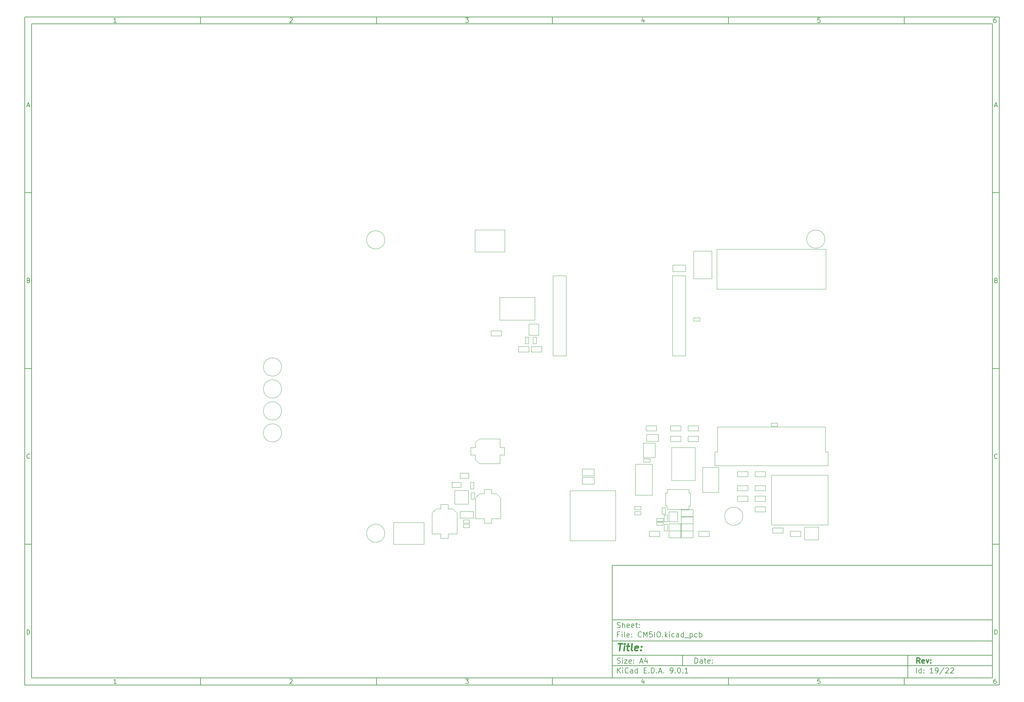
<source format=gbr>
G04 #@! TF.GenerationSoftware,KiCad,Pcbnew,9.0.1*
G04 #@! TF.CreationDate,2025-04-26T19:09:58-05:00*
G04 #@! TF.ProjectId,CM5IO,434d3549-4f2e-46b6-9963-61645f706362,rev?*
G04 #@! TF.SameCoordinates,Original*
G04 #@! TF.FileFunction,Other,User*
%FSLAX46Y46*%
G04 Gerber Fmt 4.6, Leading zero omitted, Abs format (unit mm)*
G04 Created by KiCad (PCBNEW 9.0.1) date 2025-04-26 19:09:58*
%MOMM*%
%LPD*%
G01*
G04 APERTURE LIST*
%ADD10C,0.100000*%
%ADD11C,0.150000*%
%ADD12C,0.300000*%
%ADD13C,0.400000*%
%ADD14C,0.050000*%
%ADD15C,0.120000*%
G04 APERTURE END LIST*
D10*
D11*
X177002200Y-166007200D02*
X285002200Y-166007200D01*
X285002200Y-198007200D01*
X177002200Y-198007200D01*
X177002200Y-166007200D01*
D10*
D11*
X10000000Y-10000000D02*
X287002200Y-10000000D01*
X287002200Y-200007200D01*
X10000000Y-200007200D01*
X10000000Y-10000000D01*
D10*
D11*
X12000000Y-12000000D02*
X285002200Y-12000000D01*
X285002200Y-198007200D01*
X12000000Y-198007200D01*
X12000000Y-12000000D01*
D10*
D11*
X60000000Y-12000000D02*
X60000000Y-10000000D01*
D10*
D11*
X110000000Y-12000000D02*
X110000000Y-10000000D01*
D10*
D11*
X160000000Y-12000000D02*
X160000000Y-10000000D01*
D10*
D11*
X210000000Y-12000000D02*
X210000000Y-10000000D01*
D10*
D11*
X260000000Y-12000000D02*
X260000000Y-10000000D01*
D10*
D11*
X36089160Y-11593604D02*
X35346303Y-11593604D01*
X35717731Y-11593604D02*
X35717731Y-10293604D01*
X35717731Y-10293604D02*
X35593922Y-10479319D01*
X35593922Y-10479319D02*
X35470112Y-10603128D01*
X35470112Y-10603128D02*
X35346303Y-10665033D01*
D10*
D11*
X85346303Y-10417414D02*
X85408207Y-10355509D01*
X85408207Y-10355509D02*
X85532017Y-10293604D01*
X85532017Y-10293604D02*
X85841541Y-10293604D01*
X85841541Y-10293604D02*
X85965350Y-10355509D01*
X85965350Y-10355509D02*
X86027255Y-10417414D01*
X86027255Y-10417414D02*
X86089160Y-10541223D01*
X86089160Y-10541223D02*
X86089160Y-10665033D01*
X86089160Y-10665033D02*
X86027255Y-10850747D01*
X86027255Y-10850747D02*
X85284398Y-11593604D01*
X85284398Y-11593604D02*
X86089160Y-11593604D01*
D10*
D11*
X135284398Y-10293604D02*
X136089160Y-10293604D01*
X136089160Y-10293604D02*
X135655826Y-10788842D01*
X135655826Y-10788842D02*
X135841541Y-10788842D01*
X135841541Y-10788842D02*
X135965350Y-10850747D01*
X135965350Y-10850747D02*
X136027255Y-10912652D01*
X136027255Y-10912652D02*
X136089160Y-11036461D01*
X136089160Y-11036461D02*
X136089160Y-11345985D01*
X136089160Y-11345985D02*
X136027255Y-11469795D01*
X136027255Y-11469795D02*
X135965350Y-11531700D01*
X135965350Y-11531700D02*
X135841541Y-11593604D01*
X135841541Y-11593604D02*
X135470112Y-11593604D01*
X135470112Y-11593604D02*
X135346303Y-11531700D01*
X135346303Y-11531700D02*
X135284398Y-11469795D01*
D10*
D11*
X185965350Y-10726938D02*
X185965350Y-11593604D01*
X185655826Y-10231700D02*
X185346303Y-11160271D01*
X185346303Y-11160271D02*
X186151064Y-11160271D01*
D10*
D11*
X236027255Y-10293604D02*
X235408207Y-10293604D01*
X235408207Y-10293604D02*
X235346303Y-10912652D01*
X235346303Y-10912652D02*
X235408207Y-10850747D01*
X235408207Y-10850747D02*
X235532017Y-10788842D01*
X235532017Y-10788842D02*
X235841541Y-10788842D01*
X235841541Y-10788842D02*
X235965350Y-10850747D01*
X235965350Y-10850747D02*
X236027255Y-10912652D01*
X236027255Y-10912652D02*
X236089160Y-11036461D01*
X236089160Y-11036461D02*
X236089160Y-11345985D01*
X236089160Y-11345985D02*
X236027255Y-11469795D01*
X236027255Y-11469795D02*
X235965350Y-11531700D01*
X235965350Y-11531700D02*
X235841541Y-11593604D01*
X235841541Y-11593604D02*
X235532017Y-11593604D01*
X235532017Y-11593604D02*
X235408207Y-11531700D01*
X235408207Y-11531700D02*
X235346303Y-11469795D01*
D10*
D11*
X285965350Y-10293604D02*
X285717731Y-10293604D01*
X285717731Y-10293604D02*
X285593922Y-10355509D01*
X285593922Y-10355509D02*
X285532017Y-10417414D01*
X285532017Y-10417414D02*
X285408207Y-10603128D01*
X285408207Y-10603128D02*
X285346303Y-10850747D01*
X285346303Y-10850747D02*
X285346303Y-11345985D01*
X285346303Y-11345985D02*
X285408207Y-11469795D01*
X285408207Y-11469795D02*
X285470112Y-11531700D01*
X285470112Y-11531700D02*
X285593922Y-11593604D01*
X285593922Y-11593604D02*
X285841541Y-11593604D01*
X285841541Y-11593604D02*
X285965350Y-11531700D01*
X285965350Y-11531700D02*
X286027255Y-11469795D01*
X286027255Y-11469795D02*
X286089160Y-11345985D01*
X286089160Y-11345985D02*
X286089160Y-11036461D01*
X286089160Y-11036461D02*
X286027255Y-10912652D01*
X286027255Y-10912652D02*
X285965350Y-10850747D01*
X285965350Y-10850747D02*
X285841541Y-10788842D01*
X285841541Y-10788842D02*
X285593922Y-10788842D01*
X285593922Y-10788842D02*
X285470112Y-10850747D01*
X285470112Y-10850747D02*
X285408207Y-10912652D01*
X285408207Y-10912652D02*
X285346303Y-11036461D01*
D10*
D11*
X60000000Y-198007200D02*
X60000000Y-200007200D01*
D10*
D11*
X110000000Y-198007200D02*
X110000000Y-200007200D01*
D10*
D11*
X160000000Y-198007200D02*
X160000000Y-200007200D01*
D10*
D11*
X210000000Y-198007200D02*
X210000000Y-200007200D01*
D10*
D11*
X260000000Y-198007200D02*
X260000000Y-200007200D01*
D10*
D11*
X36089160Y-199600804D02*
X35346303Y-199600804D01*
X35717731Y-199600804D02*
X35717731Y-198300804D01*
X35717731Y-198300804D02*
X35593922Y-198486519D01*
X35593922Y-198486519D02*
X35470112Y-198610328D01*
X35470112Y-198610328D02*
X35346303Y-198672233D01*
D10*
D11*
X85346303Y-198424614D02*
X85408207Y-198362709D01*
X85408207Y-198362709D02*
X85532017Y-198300804D01*
X85532017Y-198300804D02*
X85841541Y-198300804D01*
X85841541Y-198300804D02*
X85965350Y-198362709D01*
X85965350Y-198362709D02*
X86027255Y-198424614D01*
X86027255Y-198424614D02*
X86089160Y-198548423D01*
X86089160Y-198548423D02*
X86089160Y-198672233D01*
X86089160Y-198672233D02*
X86027255Y-198857947D01*
X86027255Y-198857947D02*
X85284398Y-199600804D01*
X85284398Y-199600804D02*
X86089160Y-199600804D01*
D10*
D11*
X135284398Y-198300804D02*
X136089160Y-198300804D01*
X136089160Y-198300804D02*
X135655826Y-198796042D01*
X135655826Y-198796042D02*
X135841541Y-198796042D01*
X135841541Y-198796042D02*
X135965350Y-198857947D01*
X135965350Y-198857947D02*
X136027255Y-198919852D01*
X136027255Y-198919852D02*
X136089160Y-199043661D01*
X136089160Y-199043661D02*
X136089160Y-199353185D01*
X136089160Y-199353185D02*
X136027255Y-199476995D01*
X136027255Y-199476995D02*
X135965350Y-199538900D01*
X135965350Y-199538900D02*
X135841541Y-199600804D01*
X135841541Y-199600804D02*
X135470112Y-199600804D01*
X135470112Y-199600804D02*
X135346303Y-199538900D01*
X135346303Y-199538900D02*
X135284398Y-199476995D01*
D10*
D11*
X185965350Y-198734138D02*
X185965350Y-199600804D01*
X185655826Y-198238900D02*
X185346303Y-199167471D01*
X185346303Y-199167471D02*
X186151064Y-199167471D01*
D10*
D11*
X236027255Y-198300804D02*
X235408207Y-198300804D01*
X235408207Y-198300804D02*
X235346303Y-198919852D01*
X235346303Y-198919852D02*
X235408207Y-198857947D01*
X235408207Y-198857947D02*
X235532017Y-198796042D01*
X235532017Y-198796042D02*
X235841541Y-198796042D01*
X235841541Y-198796042D02*
X235965350Y-198857947D01*
X235965350Y-198857947D02*
X236027255Y-198919852D01*
X236027255Y-198919852D02*
X236089160Y-199043661D01*
X236089160Y-199043661D02*
X236089160Y-199353185D01*
X236089160Y-199353185D02*
X236027255Y-199476995D01*
X236027255Y-199476995D02*
X235965350Y-199538900D01*
X235965350Y-199538900D02*
X235841541Y-199600804D01*
X235841541Y-199600804D02*
X235532017Y-199600804D01*
X235532017Y-199600804D02*
X235408207Y-199538900D01*
X235408207Y-199538900D02*
X235346303Y-199476995D01*
D10*
D11*
X285965350Y-198300804D02*
X285717731Y-198300804D01*
X285717731Y-198300804D02*
X285593922Y-198362709D01*
X285593922Y-198362709D02*
X285532017Y-198424614D01*
X285532017Y-198424614D02*
X285408207Y-198610328D01*
X285408207Y-198610328D02*
X285346303Y-198857947D01*
X285346303Y-198857947D02*
X285346303Y-199353185D01*
X285346303Y-199353185D02*
X285408207Y-199476995D01*
X285408207Y-199476995D02*
X285470112Y-199538900D01*
X285470112Y-199538900D02*
X285593922Y-199600804D01*
X285593922Y-199600804D02*
X285841541Y-199600804D01*
X285841541Y-199600804D02*
X285965350Y-199538900D01*
X285965350Y-199538900D02*
X286027255Y-199476995D01*
X286027255Y-199476995D02*
X286089160Y-199353185D01*
X286089160Y-199353185D02*
X286089160Y-199043661D01*
X286089160Y-199043661D02*
X286027255Y-198919852D01*
X286027255Y-198919852D02*
X285965350Y-198857947D01*
X285965350Y-198857947D02*
X285841541Y-198796042D01*
X285841541Y-198796042D02*
X285593922Y-198796042D01*
X285593922Y-198796042D02*
X285470112Y-198857947D01*
X285470112Y-198857947D02*
X285408207Y-198919852D01*
X285408207Y-198919852D02*
X285346303Y-199043661D01*
D10*
D11*
X10000000Y-60000000D02*
X12000000Y-60000000D01*
D10*
D11*
X10000000Y-110000000D02*
X12000000Y-110000000D01*
D10*
D11*
X10000000Y-160000000D02*
X12000000Y-160000000D01*
D10*
D11*
X10690476Y-35222176D02*
X11309523Y-35222176D01*
X10566666Y-35593604D02*
X10999999Y-34293604D01*
X10999999Y-34293604D02*
X11433333Y-35593604D01*
D10*
D11*
X11092857Y-84912652D02*
X11278571Y-84974557D01*
X11278571Y-84974557D02*
X11340476Y-85036461D01*
X11340476Y-85036461D02*
X11402380Y-85160271D01*
X11402380Y-85160271D02*
X11402380Y-85345985D01*
X11402380Y-85345985D02*
X11340476Y-85469795D01*
X11340476Y-85469795D02*
X11278571Y-85531700D01*
X11278571Y-85531700D02*
X11154761Y-85593604D01*
X11154761Y-85593604D02*
X10659523Y-85593604D01*
X10659523Y-85593604D02*
X10659523Y-84293604D01*
X10659523Y-84293604D02*
X11092857Y-84293604D01*
X11092857Y-84293604D02*
X11216666Y-84355509D01*
X11216666Y-84355509D02*
X11278571Y-84417414D01*
X11278571Y-84417414D02*
X11340476Y-84541223D01*
X11340476Y-84541223D02*
X11340476Y-84665033D01*
X11340476Y-84665033D02*
X11278571Y-84788842D01*
X11278571Y-84788842D02*
X11216666Y-84850747D01*
X11216666Y-84850747D02*
X11092857Y-84912652D01*
X11092857Y-84912652D02*
X10659523Y-84912652D01*
D10*
D11*
X11402380Y-135469795D02*
X11340476Y-135531700D01*
X11340476Y-135531700D02*
X11154761Y-135593604D01*
X11154761Y-135593604D02*
X11030952Y-135593604D01*
X11030952Y-135593604D02*
X10845238Y-135531700D01*
X10845238Y-135531700D02*
X10721428Y-135407890D01*
X10721428Y-135407890D02*
X10659523Y-135284080D01*
X10659523Y-135284080D02*
X10597619Y-135036461D01*
X10597619Y-135036461D02*
X10597619Y-134850747D01*
X10597619Y-134850747D02*
X10659523Y-134603128D01*
X10659523Y-134603128D02*
X10721428Y-134479319D01*
X10721428Y-134479319D02*
X10845238Y-134355509D01*
X10845238Y-134355509D02*
X11030952Y-134293604D01*
X11030952Y-134293604D02*
X11154761Y-134293604D01*
X11154761Y-134293604D02*
X11340476Y-134355509D01*
X11340476Y-134355509D02*
X11402380Y-134417414D01*
D10*
D11*
X10659523Y-185593604D02*
X10659523Y-184293604D01*
X10659523Y-184293604D02*
X10969047Y-184293604D01*
X10969047Y-184293604D02*
X11154761Y-184355509D01*
X11154761Y-184355509D02*
X11278571Y-184479319D01*
X11278571Y-184479319D02*
X11340476Y-184603128D01*
X11340476Y-184603128D02*
X11402380Y-184850747D01*
X11402380Y-184850747D02*
X11402380Y-185036461D01*
X11402380Y-185036461D02*
X11340476Y-185284080D01*
X11340476Y-185284080D02*
X11278571Y-185407890D01*
X11278571Y-185407890D02*
X11154761Y-185531700D01*
X11154761Y-185531700D02*
X10969047Y-185593604D01*
X10969047Y-185593604D02*
X10659523Y-185593604D01*
D10*
D11*
X287002200Y-60000000D02*
X285002200Y-60000000D01*
D10*
D11*
X287002200Y-110000000D02*
X285002200Y-110000000D01*
D10*
D11*
X287002200Y-160000000D02*
X285002200Y-160000000D01*
D10*
D11*
X285692676Y-35222176D02*
X286311723Y-35222176D01*
X285568866Y-35593604D02*
X286002199Y-34293604D01*
X286002199Y-34293604D02*
X286435533Y-35593604D01*
D10*
D11*
X286095057Y-84912652D02*
X286280771Y-84974557D01*
X286280771Y-84974557D02*
X286342676Y-85036461D01*
X286342676Y-85036461D02*
X286404580Y-85160271D01*
X286404580Y-85160271D02*
X286404580Y-85345985D01*
X286404580Y-85345985D02*
X286342676Y-85469795D01*
X286342676Y-85469795D02*
X286280771Y-85531700D01*
X286280771Y-85531700D02*
X286156961Y-85593604D01*
X286156961Y-85593604D02*
X285661723Y-85593604D01*
X285661723Y-85593604D02*
X285661723Y-84293604D01*
X285661723Y-84293604D02*
X286095057Y-84293604D01*
X286095057Y-84293604D02*
X286218866Y-84355509D01*
X286218866Y-84355509D02*
X286280771Y-84417414D01*
X286280771Y-84417414D02*
X286342676Y-84541223D01*
X286342676Y-84541223D02*
X286342676Y-84665033D01*
X286342676Y-84665033D02*
X286280771Y-84788842D01*
X286280771Y-84788842D02*
X286218866Y-84850747D01*
X286218866Y-84850747D02*
X286095057Y-84912652D01*
X286095057Y-84912652D02*
X285661723Y-84912652D01*
D10*
D11*
X286404580Y-135469795D02*
X286342676Y-135531700D01*
X286342676Y-135531700D02*
X286156961Y-135593604D01*
X286156961Y-135593604D02*
X286033152Y-135593604D01*
X286033152Y-135593604D02*
X285847438Y-135531700D01*
X285847438Y-135531700D02*
X285723628Y-135407890D01*
X285723628Y-135407890D02*
X285661723Y-135284080D01*
X285661723Y-135284080D02*
X285599819Y-135036461D01*
X285599819Y-135036461D02*
X285599819Y-134850747D01*
X285599819Y-134850747D02*
X285661723Y-134603128D01*
X285661723Y-134603128D02*
X285723628Y-134479319D01*
X285723628Y-134479319D02*
X285847438Y-134355509D01*
X285847438Y-134355509D02*
X286033152Y-134293604D01*
X286033152Y-134293604D02*
X286156961Y-134293604D01*
X286156961Y-134293604D02*
X286342676Y-134355509D01*
X286342676Y-134355509D02*
X286404580Y-134417414D01*
D10*
D11*
X285661723Y-185593604D02*
X285661723Y-184293604D01*
X285661723Y-184293604D02*
X285971247Y-184293604D01*
X285971247Y-184293604D02*
X286156961Y-184355509D01*
X286156961Y-184355509D02*
X286280771Y-184479319D01*
X286280771Y-184479319D02*
X286342676Y-184603128D01*
X286342676Y-184603128D02*
X286404580Y-184850747D01*
X286404580Y-184850747D02*
X286404580Y-185036461D01*
X286404580Y-185036461D02*
X286342676Y-185284080D01*
X286342676Y-185284080D02*
X286280771Y-185407890D01*
X286280771Y-185407890D02*
X286156961Y-185531700D01*
X286156961Y-185531700D02*
X285971247Y-185593604D01*
X285971247Y-185593604D02*
X285661723Y-185593604D01*
D10*
D11*
X200458026Y-193793328D02*
X200458026Y-192293328D01*
X200458026Y-192293328D02*
X200815169Y-192293328D01*
X200815169Y-192293328D02*
X201029455Y-192364757D01*
X201029455Y-192364757D02*
X201172312Y-192507614D01*
X201172312Y-192507614D02*
X201243741Y-192650471D01*
X201243741Y-192650471D02*
X201315169Y-192936185D01*
X201315169Y-192936185D02*
X201315169Y-193150471D01*
X201315169Y-193150471D02*
X201243741Y-193436185D01*
X201243741Y-193436185D02*
X201172312Y-193579042D01*
X201172312Y-193579042D02*
X201029455Y-193721900D01*
X201029455Y-193721900D02*
X200815169Y-193793328D01*
X200815169Y-193793328D02*
X200458026Y-193793328D01*
X202600884Y-193793328D02*
X202600884Y-193007614D01*
X202600884Y-193007614D02*
X202529455Y-192864757D01*
X202529455Y-192864757D02*
X202386598Y-192793328D01*
X202386598Y-192793328D02*
X202100884Y-192793328D01*
X202100884Y-192793328D02*
X201958026Y-192864757D01*
X202600884Y-193721900D02*
X202458026Y-193793328D01*
X202458026Y-193793328D02*
X202100884Y-193793328D01*
X202100884Y-193793328D02*
X201958026Y-193721900D01*
X201958026Y-193721900D02*
X201886598Y-193579042D01*
X201886598Y-193579042D02*
X201886598Y-193436185D01*
X201886598Y-193436185D02*
X201958026Y-193293328D01*
X201958026Y-193293328D02*
X202100884Y-193221900D01*
X202100884Y-193221900D02*
X202458026Y-193221900D01*
X202458026Y-193221900D02*
X202600884Y-193150471D01*
X203100884Y-192793328D02*
X203672312Y-192793328D01*
X203315169Y-192293328D02*
X203315169Y-193579042D01*
X203315169Y-193579042D02*
X203386598Y-193721900D01*
X203386598Y-193721900D02*
X203529455Y-193793328D01*
X203529455Y-193793328D02*
X203672312Y-193793328D01*
X204743741Y-193721900D02*
X204600884Y-193793328D01*
X204600884Y-193793328D02*
X204315170Y-193793328D01*
X204315170Y-193793328D02*
X204172312Y-193721900D01*
X204172312Y-193721900D02*
X204100884Y-193579042D01*
X204100884Y-193579042D02*
X204100884Y-193007614D01*
X204100884Y-193007614D02*
X204172312Y-192864757D01*
X204172312Y-192864757D02*
X204315170Y-192793328D01*
X204315170Y-192793328D02*
X204600884Y-192793328D01*
X204600884Y-192793328D02*
X204743741Y-192864757D01*
X204743741Y-192864757D02*
X204815170Y-193007614D01*
X204815170Y-193007614D02*
X204815170Y-193150471D01*
X204815170Y-193150471D02*
X204100884Y-193293328D01*
X205458026Y-193650471D02*
X205529455Y-193721900D01*
X205529455Y-193721900D02*
X205458026Y-193793328D01*
X205458026Y-193793328D02*
X205386598Y-193721900D01*
X205386598Y-193721900D02*
X205458026Y-193650471D01*
X205458026Y-193650471D02*
X205458026Y-193793328D01*
X205458026Y-192864757D02*
X205529455Y-192936185D01*
X205529455Y-192936185D02*
X205458026Y-193007614D01*
X205458026Y-193007614D02*
X205386598Y-192936185D01*
X205386598Y-192936185D02*
X205458026Y-192864757D01*
X205458026Y-192864757D02*
X205458026Y-193007614D01*
D10*
D11*
X177002200Y-194507200D02*
X285002200Y-194507200D01*
D10*
D11*
X178458026Y-196593328D02*
X178458026Y-195093328D01*
X179315169Y-196593328D02*
X178672312Y-195736185D01*
X179315169Y-195093328D02*
X178458026Y-195950471D01*
X179958026Y-196593328D02*
X179958026Y-195593328D01*
X179958026Y-195093328D02*
X179886598Y-195164757D01*
X179886598Y-195164757D02*
X179958026Y-195236185D01*
X179958026Y-195236185D02*
X180029455Y-195164757D01*
X180029455Y-195164757D02*
X179958026Y-195093328D01*
X179958026Y-195093328D02*
X179958026Y-195236185D01*
X181529455Y-196450471D02*
X181458027Y-196521900D01*
X181458027Y-196521900D02*
X181243741Y-196593328D01*
X181243741Y-196593328D02*
X181100884Y-196593328D01*
X181100884Y-196593328D02*
X180886598Y-196521900D01*
X180886598Y-196521900D02*
X180743741Y-196379042D01*
X180743741Y-196379042D02*
X180672312Y-196236185D01*
X180672312Y-196236185D02*
X180600884Y-195950471D01*
X180600884Y-195950471D02*
X180600884Y-195736185D01*
X180600884Y-195736185D02*
X180672312Y-195450471D01*
X180672312Y-195450471D02*
X180743741Y-195307614D01*
X180743741Y-195307614D02*
X180886598Y-195164757D01*
X180886598Y-195164757D02*
X181100884Y-195093328D01*
X181100884Y-195093328D02*
X181243741Y-195093328D01*
X181243741Y-195093328D02*
X181458027Y-195164757D01*
X181458027Y-195164757D02*
X181529455Y-195236185D01*
X182815170Y-196593328D02*
X182815170Y-195807614D01*
X182815170Y-195807614D02*
X182743741Y-195664757D01*
X182743741Y-195664757D02*
X182600884Y-195593328D01*
X182600884Y-195593328D02*
X182315170Y-195593328D01*
X182315170Y-195593328D02*
X182172312Y-195664757D01*
X182815170Y-196521900D02*
X182672312Y-196593328D01*
X182672312Y-196593328D02*
X182315170Y-196593328D01*
X182315170Y-196593328D02*
X182172312Y-196521900D01*
X182172312Y-196521900D02*
X182100884Y-196379042D01*
X182100884Y-196379042D02*
X182100884Y-196236185D01*
X182100884Y-196236185D02*
X182172312Y-196093328D01*
X182172312Y-196093328D02*
X182315170Y-196021900D01*
X182315170Y-196021900D02*
X182672312Y-196021900D01*
X182672312Y-196021900D02*
X182815170Y-195950471D01*
X184172313Y-196593328D02*
X184172313Y-195093328D01*
X184172313Y-196521900D02*
X184029455Y-196593328D01*
X184029455Y-196593328D02*
X183743741Y-196593328D01*
X183743741Y-196593328D02*
X183600884Y-196521900D01*
X183600884Y-196521900D02*
X183529455Y-196450471D01*
X183529455Y-196450471D02*
X183458027Y-196307614D01*
X183458027Y-196307614D02*
X183458027Y-195879042D01*
X183458027Y-195879042D02*
X183529455Y-195736185D01*
X183529455Y-195736185D02*
X183600884Y-195664757D01*
X183600884Y-195664757D02*
X183743741Y-195593328D01*
X183743741Y-195593328D02*
X184029455Y-195593328D01*
X184029455Y-195593328D02*
X184172313Y-195664757D01*
X186029455Y-195807614D02*
X186529455Y-195807614D01*
X186743741Y-196593328D02*
X186029455Y-196593328D01*
X186029455Y-196593328D02*
X186029455Y-195093328D01*
X186029455Y-195093328D02*
X186743741Y-195093328D01*
X187386598Y-196450471D02*
X187458027Y-196521900D01*
X187458027Y-196521900D02*
X187386598Y-196593328D01*
X187386598Y-196593328D02*
X187315170Y-196521900D01*
X187315170Y-196521900D02*
X187386598Y-196450471D01*
X187386598Y-196450471D02*
X187386598Y-196593328D01*
X188100884Y-196593328D02*
X188100884Y-195093328D01*
X188100884Y-195093328D02*
X188458027Y-195093328D01*
X188458027Y-195093328D02*
X188672313Y-195164757D01*
X188672313Y-195164757D02*
X188815170Y-195307614D01*
X188815170Y-195307614D02*
X188886599Y-195450471D01*
X188886599Y-195450471D02*
X188958027Y-195736185D01*
X188958027Y-195736185D02*
X188958027Y-195950471D01*
X188958027Y-195950471D02*
X188886599Y-196236185D01*
X188886599Y-196236185D02*
X188815170Y-196379042D01*
X188815170Y-196379042D02*
X188672313Y-196521900D01*
X188672313Y-196521900D02*
X188458027Y-196593328D01*
X188458027Y-196593328D02*
X188100884Y-196593328D01*
X189600884Y-196450471D02*
X189672313Y-196521900D01*
X189672313Y-196521900D02*
X189600884Y-196593328D01*
X189600884Y-196593328D02*
X189529456Y-196521900D01*
X189529456Y-196521900D02*
X189600884Y-196450471D01*
X189600884Y-196450471D02*
X189600884Y-196593328D01*
X190243742Y-196164757D02*
X190958028Y-196164757D01*
X190100885Y-196593328D02*
X190600885Y-195093328D01*
X190600885Y-195093328D02*
X191100885Y-196593328D01*
X191600884Y-196450471D02*
X191672313Y-196521900D01*
X191672313Y-196521900D02*
X191600884Y-196593328D01*
X191600884Y-196593328D02*
X191529456Y-196521900D01*
X191529456Y-196521900D02*
X191600884Y-196450471D01*
X191600884Y-196450471D02*
X191600884Y-196593328D01*
X193529456Y-196593328D02*
X193815170Y-196593328D01*
X193815170Y-196593328D02*
X193958027Y-196521900D01*
X193958027Y-196521900D02*
X194029456Y-196450471D01*
X194029456Y-196450471D02*
X194172313Y-196236185D01*
X194172313Y-196236185D02*
X194243742Y-195950471D01*
X194243742Y-195950471D02*
X194243742Y-195379042D01*
X194243742Y-195379042D02*
X194172313Y-195236185D01*
X194172313Y-195236185D02*
X194100885Y-195164757D01*
X194100885Y-195164757D02*
X193958027Y-195093328D01*
X193958027Y-195093328D02*
X193672313Y-195093328D01*
X193672313Y-195093328D02*
X193529456Y-195164757D01*
X193529456Y-195164757D02*
X193458027Y-195236185D01*
X193458027Y-195236185D02*
X193386599Y-195379042D01*
X193386599Y-195379042D02*
X193386599Y-195736185D01*
X193386599Y-195736185D02*
X193458027Y-195879042D01*
X193458027Y-195879042D02*
X193529456Y-195950471D01*
X193529456Y-195950471D02*
X193672313Y-196021900D01*
X193672313Y-196021900D02*
X193958027Y-196021900D01*
X193958027Y-196021900D02*
X194100885Y-195950471D01*
X194100885Y-195950471D02*
X194172313Y-195879042D01*
X194172313Y-195879042D02*
X194243742Y-195736185D01*
X194886598Y-196450471D02*
X194958027Y-196521900D01*
X194958027Y-196521900D02*
X194886598Y-196593328D01*
X194886598Y-196593328D02*
X194815170Y-196521900D01*
X194815170Y-196521900D02*
X194886598Y-196450471D01*
X194886598Y-196450471D02*
X194886598Y-196593328D01*
X195886599Y-195093328D02*
X196029456Y-195093328D01*
X196029456Y-195093328D02*
X196172313Y-195164757D01*
X196172313Y-195164757D02*
X196243742Y-195236185D01*
X196243742Y-195236185D02*
X196315170Y-195379042D01*
X196315170Y-195379042D02*
X196386599Y-195664757D01*
X196386599Y-195664757D02*
X196386599Y-196021900D01*
X196386599Y-196021900D02*
X196315170Y-196307614D01*
X196315170Y-196307614D02*
X196243742Y-196450471D01*
X196243742Y-196450471D02*
X196172313Y-196521900D01*
X196172313Y-196521900D02*
X196029456Y-196593328D01*
X196029456Y-196593328D02*
X195886599Y-196593328D01*
X195886599Y-196593328D02*
X195743742Y-196521900D01*
X195743742Y-196521900D02*
X195672313Y-196450471D01*
X195672313Y-196450471D02*
X195600884Y-196307614D01*
X195600884Y-196307614D02*
X195529456Y-196021900D01*
X195529456Y-196021900D02*
X195529456Y-195664757D01*
X195529456Y-195664757D02*
X195600884Y-195379042D01*
X195600884Y-195379042D02*
X195672313Y-195236185D01*
X195672313Y-195236185D02*
X195743742Y-195164757D01*
X195743742Y-195164757D02*
X195886599Y-195093328D01*
X197029455Y-196450471D02*
X197100884Y-196521900D01*
X197100884Y-196521900D02*
X197029455Y-196593328D01*
X197029455Y-196593328D02*
X196958027Y-196521900D01*
X196958027Y-196521900D02*
X197029455Y-196450471D01*
X197029455Y-196450471D02*
X197029455Y-196593328D01*
X198529456Y-196593328D02*
X197672313Y-196593328D01*
X198100884Y-196593328D02*
X198100884Y-195093328D01*
X198100884Y-195093328D02*
X197958027Y-195307614D01*
X197958027Y-195307614D02*
X197815170Y-195450471D01*
X197815170Y-195450471D02*
X197672313Y-195521900D01*
D10*
D11*
X177002200Y-191507200D02*
X285002200Y-191507200D01*
D10*
D12*
X264413853Y-193785528D02*
X263913853Y-193071242D01*
X263556710Y-193785528D02*
X263556710Y-192285528D01*
X263556710Y-192285528D02*
X264128139Y-192285528D01*
X264128139Y-192285528D02*
X264270996Y-192356957D01*
X264270996Y-192356957D02*
X264342425Y-192428385D01*
X264342425Y-192428385D02*
X264413853Y-192571242D01*
X264413853Y-192571242D02*
X264413853Y-192785528D01*
X264413853Y-192785528D02*
X264342425Y-192928385D01*
X264342425Y-192928385D02*
X264270996Y-192999814D01*
X264270996Y-192999814D02*
X264128139Y-193071242D01*
X264128139Y-193071242D02*
X263556710Y-193071242D01*
X265628139Y-193714100D02*
X265485282Y-193785528D01*
X265485282Y-193785528D02*
X265199568Y-193785528D01*
X265199568Y-193785528D02*
X265056710Y-193714100D01*
X265056710Y-193714100D02*
X264985282Y-193571242D01*
X264985282Y-193571242D02*
X264985282Y-192999814D01*
X264985282Y-192999814D02*
X265056710Y-192856957D01*
X265056710Y-192856957D02*
X265199568Y-192785528D01*
X265199568Y-192785528D02*
X265485282Y-192785528D01*
X265485282Y-192785528D02*
X265628139Y-192856957D01*
X265628139Y-192856957D02*
X265699568Y-192999814D01*
X265699568Y-192999814D02*
X265699568Y-193142671D01*
X265699568Y-193142671D02*
X264985282Y-193285528D01*
X266199567Y-192785528D02*
X266556710Y-193785528D01*
X266556710Y-193785528D02*
X266913853Y-192785528D01*
X267485281Y-193642671D02*
X267556710Y-193714100D01*
X267556710Y-193714100D02*
X267485281Y-193785528D01*
X267485281Y-193785528D02*
X267413853Y-193714100D01*
X267413853Y-193714100D02*
X267485281Y-193642671D01*
X267485281Y-193642671D02*
X267485281Y-193785528D01*
X267485281Y-192856957D02*
X267556710Y-192928385D01*
X267556710Y-192928385D02*
X267485281Y-192999814D01*
X267485281Y-192999814D02*
X267413853Y-192928385D01*
X267413853Y-192928385D02*
X267485281Y-192856957D01*
X267485281Y-192856957D02*
X267485281Y-192999814D01*
D10*
D11*
X178386598Y-193721900D02*
X178600884Y-193793328D01*
X178600884Y-193793328D02*
X178958026Y-193793328D01*
X178958026Y-193793328D02*
X179100884Y-193721900D01*
X179100884Y-193721900D02*
X179172312Y-193650471D01*
X179172312Y-193650471D02*
X179243741Y-193507614D01*
X179243741Y-193507614D02*
X179243741Y-193364757D01*
X179243741Y-193364757D02*
X179172312Y-193221900D01*
X179172312Y-193221900D02*
X179100884Y-193150471D01*
X179100884Y-193150471D02*
X178958026Y-193079042D01*
X178958026Y-193079042D02*
X178672312Y-193007614D01*
X178672312Y-193007614D02*
X178529455Y-192936185D01*
X178529455Y-192936185D02*
X178458026Y-192864757D01*
X178458026Y-192864757D02*
X178386598Y-192721900D01*
X178386598Y-192721900D02*
X178386598Y-192579042D01*
X178386598Y-192579042D02*
X178458026Y-192436185D01*
X178458026Y-192436185D02*
X178529455Y-192364757D01*
X178529455Y-192364757D02*
X178672312Y-192293328D01*
X178672312Y-192293328D02*
X179029455Y-192293328D01*
X179029455Y-192293328D02*
X179243741Y-192364757D01*
X179886597Y-193793328D02*
X179886597Y-192793328D01*
X179886597Y-192293328D02*
X179815169Y-192364757D01*
X179815169Y-192364757D02*
X179886597Y-192436185D01*
X179886597Y-192436185D02*
X179958026Y-192364757D01*
X179958026Y-192364757D02*
X179886597Y-192293328D01*
X179886597Y-192293328D02*
X179886597Y-192436185D01*
X180458026Y-192793328D02*
X181243741Y-192793328D01*
X181243741Y-192793328D02*
X180458026Y-193793328D01*
X180458026Y-193793328D02*
X181243741Y-193793328D01*
X182386598Y-193721900D02*
X182243741Y-193793328D01*
X182243741Y-193793328D02*
X181958027Y-193793328D01*
X181958027Y-193793328D02*
X181815169Y-193721900D01*
X181815169Y-193721900D02*
X181743741Y-193579042D01*
X181743741Y-193579042D02*
X181743741Y-193007614D01*
X181743741Y-193007614D02*
X181815169Y-192864757D01*
X181815169Y-192864757D02*
X181958027Y-192793328D01*
X181958027Y-192793328D02*
X182243741Y-192793328D01*
X182243741Y-192793328D02*
X182386598Y-192864757D01*
X182386598Y-192864757D02*
X182458027Y-193007614D01*
X182458027Y-193007614D02*
X182458027Y-193150471D01*
X182458027Y-193150471D02*
X181743741Y-193293328D01*
X183100883Y-193650471D02*
X183172312Y-193721900D01*
X183172312Y-193721900D02*
X183100883Y-193793328D01*
X183100883Y-193793328D02*
X183029455Y-193721900D01*
X183029455Y-193721900D02*
X183100883Y-193650471D01*
X183100883Y-193650471D02*
X183100883Y-193793328D01*
X183100883Y-192864757D02*
X183172312Y-192936185D01*
X183172312Y-192936185D02*
X183100883Y-193007614D01*
X183100883Y-193007614D02*
X183029455Y-192936185D01*
X183029455Y-192936185D02*
X183100883Y-192864757D01*
X183100883Y-192864757D02*
X183100883Y-193007614D01*
X184886598Y-193364757D02*
X185600884Y-193364757D01*
X184743741Y-193793328D02*
X185243741Y-192293328D01*
X185243741Y-192293328D02*
X185743741Y-193793328D01*
X186886598Y-192793328D02*
X186886598Y-193793328D01*
X186529455Y-192221900D02*
X186172312Y-193293328D01*
X186172312Y-193293328D02*
X187100883Y-193293328D01*
D10*
D11*
X263458026Y-196593328D02*
X263458026Y-195093328D01*
X264815170Y-196593328D02*
X264815170Y-195093328D01*
X264815170Y-196521900D02*
X264672312Y-196593328D01*
X264672312Y-196593328D02*
X264386598Y-196593328D01*
X264386598Y-196593328D02*
X264243741Y-196521900D01*
X264243741Y-196521900D02*
X264172312Y-196450471D01*
X264172312Y-196450471D02*
X264100884Y-196307614D01*
X264100884Y-196307614D02*
X264100884Y-195879042D01*
X264100884Y-195879042D02*
X264172312Y-195736185D01*
X264172312Y-195736185D02*
X264243741Y-195664757D01*
X264243741Y-195664757D02*
X264386598Y-195593328D01*
X264386598Y-195593328D02*
X264672312Y-195593328D01*
X264672312Y-195593328D02*
X264815170Y-195664757D01*
X265529455Y-196450471D02*
X265600884Y-196521900D01*
X265600884Y-196521900D02*
X265529455Y-196593328D01*
X265529455Y-196593328D02*
X265458027Y-196521900D01*
X265458027Y-196521900D02*
X265529455Y-196450471D01*
X265529455Y-196450471D02*
X265529455Y-196593328D01*
X265529455Y-195664757D02*
X265600884Y-195736185D01*
X265600884Y-195736185D02*
X265529455Y-195807614D01*
X265529455Y-195807614D02*
X265458027Y-195736185D01*
X265458027Y-195736185D02*
X265529455Y-195664757D01*
X265529455Y-195664757D02*
X265529455Y-195807614D01*
X268172313Y-196593328D02*
X267315170Y-196593328D01*
X267743741Y-196593328D02*
X267743741Y-195093328D01*
X267743741Y-195093328D02*
X267600884Y-195307614D01*
X267600884Y-195307614D02*
X267458027Y-195450471D01*
X267458027Y-195450471D02*
X267315170Y-195521900D01*
X268886598Y-196593328D02*
X269172312Y-196593328D01*
X269172312Y-196593328D02*
X269315169Y-196521900D01*
X269315169Y-196521900D02*
X269386598Y-196450471D01*
X269386598Y-196450471D02*
X269529455Y-196236185D01*
X269529455Y-196236185D02*
X269600884Y-195950471D01*
X269600884Y-195950471D02*
X269600884Y-195379042D01*
X269600884Y-195379042D02*
X269529455Y-195236185D01*
X269529455Y-195236185D02*
X269458027Y-195164757D01*
X269458027Y-195164757D02*
X269315169Y-195093328D01*
X269315169Y-195093328D02*
X269029455Y-195093328D01*
X269029455Y-195093328D02*
X268886598Y-195164757D01*
X268886598Y-195164757D02*
X268815169Y-195236185D01*
X268815169Y-195236185D02*
X268743741Y-195379042D01*
X268743741Y-195379042D02*
X268743741Y-195736185D01*
X268743741Y-195736185D02*
X268815169Y-195879042D01*
X268815169Y-195879042D02*
X268886598Y-195950471D01*
X268886598Y-195950471D02*
X269029455Y-196021900D01*
X269029455Y-196021900D02*
X269315169Y-196021900D01*
X269315169Y-196021900D02*
X269458027Y-195950471D01*
X269458027Y-195950471D02*
X269529455Y-195879042D01*
X269529455Y-195879042D02*
X269600884Y-195736185D01*
X271315169Y-195021900D02*
X270029455Y-196950471D01*
X271743741Y-195236185D02*
X271815169Y-195164757D01*
X271815169Y-195164757D02*
X271958027Y-195093328D01*
X271958027Y-195093328D02*
X272315169Y-195093328D01*
X272315169Y-195093328D02*
X272458027Y-195164757D01*
X272458027Y-195164757D02*
X272529455Y-195236185D01*
X272529455Y-195236185D02*
X272600884Y-195379042D01*
X272600884Y-195379042D02*
X272600884Y-195521900D01*
X272600884Y-195521900D02*
X272529455Y-195736185D01*
X272529455Y-195736185D02*
X271672312Y-196593328D01*
X271672312Y-196593328D02*
X272600884Y-196593328D01*
X273172312Y-195236185D02*
X273243740Y-195164757D01*
X273243740Y-195164757D02*
X273386598Y-195093328D01*
X273386598Y-195093328D02*
X273743740Y-195093328D01*
X273743740Y-195093328D02*
X273886598Y-195164757D01*
X273886598Y-195164757D02*
X273958026Y-195236185D01*
X273958026Y-195236185D02*
X274029455Y-195379042D01*
X274029455Y-195379042D02*
X274029455Y-195521900D01*
X274029455Y-195521900D02*
X273958026Y-195736185D01*
X273958026Y-195736185D02*
X273100883Y-196593328D01*
X273100883Y-196593328D02*
X274029455Y-196593328D01*
D10*
D11*
X177002200Y-187507200D02*
X285002200Y-187507200D01*
D10*
D13*
X178693928Y-188211638D02*
X179836785Y-188211638D01*
X179015357Y-190211638D02*
X179265357Y-188211638D01*
X180253452Y-190211638D02*
X180420119Y-188878304D01*
X180503452Y-188211638D02*
X180396309Y-188306876D01*
X180396309Y-188306876D02*
X180479643Y-188402114D01*
X180479643Y-188402114D02*
X180586786Y-188306876D01*
X180586786Y-188306876D02*
X180503452Y-188211638D01*
X180503452Y-188211638D02*
X180479643Y-188402114D01*
X181086786Y-188878304D02*
X181848690Y-188878304D01*
X181455833Y-188211638D02*
X181241548Y-189925923D01*
X181241548Y-189925923D02*
X181312976Y-190116400D01*
X181312976Y-190116400D02*
X181491548Y-190211638D01*
X181491548Y-190211638D02*
X181682024Y-190211638D01*
X182634405Y-190211638D02*
X182455833Y-190116400D01*
X182455833Y-190116400D02*
X182384405Y-189925923D01*
X182384405Y-189925923D02*
X182598690Y-188211638D01*
X184170119Y-190116400D02*
X183967738Y-190211638D01*
X183967738Y-190211638D02*
X183586785Y-190211638D01*
X183586785Y-190211638D02*
X183408214Y-190116400D01*
X183408214Y-190116400D02*
X183336785Y-189925923D01*
X183336785Y-189925923D02*
X183432024Y-189164019D01*
X183432024Y-189164019D02*
X183551071Y-188973542D01*
X183551071Y-188973542D02*
X183753452Y-188878304D01*
X183753452Y-188878304D02*
X184134404Y-188878304D01*
X184134404Y-188878304D02*
X184312976Y-188973542D01*
X184312976Y-188973542D02*
X184384404Y-189164019D01*
X184384404Y-189164019D02*
X184360595Y-189354495D01*
X184360595Y-189354495D02*
X183384404Y-189544971D01*
X185134405Y-190021161D02*
X185217738Y-190116400D01*
X185217738Y-190116400D02*
X185110595Y-190211638D01*
X185110595Y-190211638D02*
X185027262Y-190116400D01*
X185027262Y-190116400D02*
X185134405Y-190021161D01*
X185134405Y-190021161D02*
X185110595Y-190211638D01*
X185265357Y-188973542D02*
X185348690Y-189068780D01*
X185348690Y-189068780D02*
X185241548Y-189164019D01*
X185241548Y-189164019D02*
X185158214Y-189068780D01*
X185158214Y-189068780D02*
X185265357Y-188973542D01*
X185265357Y-188973542D02*
X185241548Y-189164019D01*
D10*
D11*
X178958026Y-185607614D02*
X178458026Y-185607614D01*
X178458026Y-186393328D02*
X178458026Y-184893328D01*
X178458026Y-184893328D02*
X179172312Y-184893328D01*
X179743740Y-186393328D02*
X179743740Y-185393328D01*
X179743740Y-184893328D02*
X179672312Y-184964757D01*
X179672312Y-184964757D02*
X179743740Y-185036185D01*
X179743740Y-185036185D02*
X179815169Y-184964757D01*
X179815169Y-184964757D02*
X179743740Y-184893328D01*
X179743740Y-184893328D02*
X179743740Y-185036185D01*
X180672312Y-186393328D02*
X180529455Y-186321900D01*
X180529455Y-186321900D02*
X180458026Y-186179042D01*
X180458026Y-186179042D02*
X180458026Y-184893328D01*
X181815169Y-186321900D02*
X181672312Y-186393328D01*
X181672312Y-186393328D02*
X181386598Y-186393328D01*
X181386598Y-186393328D02*
X181243740Y-186321900D01*
X181243740Y-186321900D02*
X181172312Y-186179042D01*
X181172312Y-186179042D02*
X181172312Y-185607614D01*
X181172312Y-185607614D02*
X181243740Y-185464757D01*
X181243740Y-185464757D02*
X181386598Y-185393328D01*
X181386598Y-185393328D02*
X181672312Y-185393328D01*
X181672312Y-185393328D02*
X181815169Y-185464757D01*
X181815169Y-185464757D02*
X181886598Y-185607614D01*
X181886598Y-185607614D02*
X181886598Y-185750471D01*
X181886598Y-185750471D02*
X181172312Y-185893328D01*
X182529454Y-186250471D02*
X182600883Y-186321900D01*
X182600883Y-186321900D02*
X182529454Y-186393328D01*
X182529454Y-186393328D02*
X182458026Y-186321900D01*
X182458026Y-186321900D02*
X182529454Y-186250471D01*
X182529454Y-186250471D02*
X182529454Y-186393328D01*
X182529454Y-185464757D02*
X182600883Y-185536185D01*
X182600883Y-185536185D02*
X182529454Y-185607614D01*
X182529454Y-185607614D02*
X182458026Y-185536185D01*
X182458026Y-185536185D02*
X182529454Y-185464757D01*
X182529454Y-185464757D02*
X182529454Y-185607614D01*
X185243740Y-186250471D02*
X185172312Y-186321900D01*
X185172312Y-186321900D02*
X184958026Y-186393328D01*
X184958026Y-186393328D02*
X184815169Y-186393328D01*
X184815169Y-186393328D02*
X184600883Y-186321900D01*
X184600883Y-186321900D02*
X184458026Y-186179042D01*
X184458026Y-186179042D02*
X184386597Y-186036185D01*
X184386597Y-186036185D02*
X184315169Y-185750471D01*
X184315169Y-185750471D02*
X184315169Y-185536185D01*
X184315169Y-185536185D02*
X184386597Y-185250471D01*
X184386597Y-185250471D02*
X184458026Y-185107614D01*
X184458026Y-185107614D02*
X184600883Y-184964757D01*
X184600883Y-184964757D02*
X184815169Y-184893328D01*
X184815169Y-184893328D02*
X184958026Y-184893328D01*
X184958026Y-184893328D02*
X185172312Y-184964757D01*
X185172312Y-184964757D02*
X185243740Y-185036185D01*
X185886597Y-186393328D02*
X185886597Y-184893328D01*
X185886597Y-184893328D02*
X186386597Y-185964757D01*
X186386597Y-185964757D02*
X186886597Y-184893328D01*
X186886597Y-184893328D02*
X186886597Y-186393328D01*
X188315169Y-184893328D02*
X187600883Y-184893328D01*
X187600883Y-184893328D02*
X187529455Y-185607614D01*
X187529455Y-185607614D02*
X187600883Y-185536185D01*
X187600883Y-185536185D02*
X187743741Y-185464757D01*
X187743741Y-185464757D02*
X188100883Y-185464757D01*
X188100883Y-185464757D02*
X188243741Y-185536185D01*
X188243741Y-185536185D02*
X188315169Y-185607614D01*
X188315169Y-185607614D02*
X188386598Y-185750471D01*
X188386598Y-185750471D02*
X188386598Y-186107614D01*
X188386598Y-186107614D02*
X188315169Y-186250471D01*
X188315169Y-186250471D02*
X188243741Y-186321900D01*
X188243741Y-186321900D02*
X188100883Y-186393328D01*
X188100883Y-186393328D02*
X187743741Y-186393328D01*
X187743741Y-186393328D02*
X187600883Y-186321900D01*
X187600883Y-186321900D02*
X187529455Y-186250471D01*
X189029454Y-186393328D02*
X189029454Y-184893328D01*
X190029455Y-184893328D02*
X190315169Y-184893328D01*
X190315169Y-184893328D02*
X190458026Y-184964757D01*
X190458026Y-184964757D02*
X190600883Y-185107614D01*
X190600883Y-185107614D02*
X190672312Y-185393328D01*
X190672312Y-185393328D02*
X190672312Y-185893328D01*
X190672312Y-185893328D02*
X190600883Y-186179042D01*
X190600883Y-186179042D02*
X190458026Y-186321900D01*
X190458026Y-186321900D02*
X190315169Y-186393328D01*
X190315169Y-186393328D02*
X190029455Y-186393328D01*
X190029455Y-186393328D02*
X189886598Y-186321900D01*
X189886598Y-186321900D02*
X189743740Y-186179042D01*
X189743740Y-186179042D02*
X189672312Y-185893328D01*
X189672312Y-185893328D02*
X189672312Y-185393328D01*
X189672312Y-185393328D02*
X189743740Y-185107614D01*
X189743740Y-185107614D02*
X189886598Y-184964757D01*
X189886598Y-184964757D02*
X190029455Y-184893328D01*
X191315169Y-186250471D02*
X191386598Y-186321900D01*
X191386598Y-186321900D02*
X191315169Y-186393328D01*
X191315169Y-186393328D02*
X191243741Y-186321900D01*
X191243741Y-186321900D02*
X191315169Y-186250471D01*
X191315169Y-186250471D02*
X191315169Y-186393328D01*
X192029455Y-186393328D02*
X192029455Y-184893328D01*
X192172313Y-185821900D02*
X192600884Y-186393328D01*
X192600884Y-185393328D02*
X192029455Y-185964757D01*
X193243741Y-186393328D02*
X193243741Y-185393328D01*
X193243741Y-184893328D02*
X193172313Y-184964757D01*
X193172313Y-184964757D02*
X193243741Y-185036185D01*
X193243741Y-185036185D02*
X193315170Y-184964757D01*
X193315170Y-184964757D02*
X193243741Y-184893328D01*
X193243741Y-184893328D02*
X193243741Y-185036185D01*
X194600885Y-186321900D02*
X194458027Y-186393328D01*
X194458027Y-186393328D02*
X194172313Y-186393328D01*
X194172313Y-186393328D02*
X194029456Y-186321900D01*
X194029456Y-186321900D02*
X193958027Y-186250471D01*
X193958027Y-186250471D02*
X193886599Y-186107614D01*
X193886599Y-186107614D02*
X193886599Y-185679042D01*
X193886599Y-185679042D02*
X193958027Y-185536185D01*
X193958027Y-185536185D02*
X194029456Y-185464757D01*
X194029456Y-185464757D02*
X194172313Y-185393328D01*
X194172313Y-185393328D02*
X194458027Y-185393328D01*
X194458027Y-185393328D02*
X194600885Y-185464757D01*
X195886599Y-186393328D02*
X195886599Y-185607614D01*
X195886599Y-185607614D02*
X195815170Y-185464757D01*
X195815170Y-185464757D02*
X195672313Y-185393328D01*
X195672313Y-185393328D02*
X195386599Y-185393328D01*
X195386599Y-185393328D02*
X195243741Y-185464757D01*
X195886599Y-186321900D02*
X195743741Y-186393328D01*
X195743741Y-186393328D02*
X195386599Y-186393328D01*
X195386599Y-186393328D02*
X195243741Y-186321900D01*
X195243741Y-186321900D02*
X195172313Y-186179042D01*
X195172313Y-186179042D02*
X195172313Y-186036185D01*
X195172313Y-186036185D02*
X195243741Y-185893328D01*
X195243741Y-185893328D02*
X195386599Y-185821900D01*
X195386599Y-185821900D02*
X195743741Y-185821900D01*
X195743741Y-185821900D02*
X195886599Y-185750471D01*
X197243742Y-186393328D02*
X197243742Y-184893328D01*
X197243742Y-186321900D02*
X197100884Y-186393328D01*
X197100884Y-186393328D02*
X196815170Y-186393328D01*
X196815170Y-186393328D02*
X196672313Y-186321900D01*
X196672313Y-186321900D02*
X196600884Y-186250471D01*
X196600884Y-186250471D02*
X196529456Y-186107614D01*
X196529456Y-186107614D02*
X196529456Y-185679042D01*
X196529456Y-185679042D02*
X196600884Y-185536185D01*
X196600884Y-185536185D02*
X196672313Y-185464757D01*
X196672313Y-185464757D02*
X196815170Y-185393328D01*
X196815170Y-185393328D02*
X197100884Y-185393328D01*
X197100884Y-185393328D02*
X197243742Y-185464757D01*
X197600885Y-186536185D02*
X198743742Y-186536185D01*
X199100884Y-185393328D02*
X199100884Y-186893328D01*
X199100884Y-185464757D02*
X199243742Y-185393328D01*
X199243742Y-185393328D02*
X199529456Y-185393328D01*
X199529456Y-185393328D02*
X199672313Y-185464757D01*
X199672313Y-185464757D02*
X199743742Y-185536185D01*
X199743742Y-185536185D02*
X199815170Y-185679042D01*
X199815170Y-185679042D02*
X199815170Y-186107614D01*
X199815170Y-186107614D02*
X199743742Y-186250471D01*
X199743742Y-186250471D02*
X199672313Y-186321900D01*
X199672313Y-186321900D02*
X199529456Y-186393328D01*
X199529456Y-186393328D02*
X199243742Y-186393328D01*
X199243742Y-186393328D02*
X199100884Y-186321900D01*
X201100885Y-186321900D02*
X200958027Y-186393328D01*
X200958027Y-186393328D02*
X200672313Y-186393328D01*
X200672313Y-186393328D02*
X200529456Y-186321900D01*
X200529456Y-186321900D02*
X200458027Y-186250471D01*
X200458027Y-186250471D02*
X200386599Y-186107614D01*
X200386599Y-186107614D02*
X200386599Y-185679042D01*
X200386599Y-185679042D02*
X200458027Y-185536185D01*
X200458027Y-185536185D02*
X200529456Y-185464757D01*
X200529456Y-185464757D02*
X200672313Y-185393328D01*
X200672313Y-185393328D02*
X200958027Y-185393328D01*
X200958027Y-185393328D02*
X201100885Y-185464757D01*
X201743741Y-186393328D02*
X201743741Y-184893328D01*
X201743741Y-185464757D02*
X201886599Y-185393328D01*
X201886599Y-185393328D02*
X202172313Y-185393328D01*
X202172313Y-185393328D02*
X202315170Y-185464757D01*
X202315170Y-185464757D02*
X202386599Y-185536185D01*
X202386599Y-185536185D02*
X202458027Y-185679042D01*
X202458027Y-185679042D02*
X202458027Y-186107614D01*
X202458027Y-186107614D02*
X202386599Y-186250471D01*
X202386599Y-186250471D02*
X202315170Y-186321900D01*
X202315170Y-186321900D02*
X202172313Y-186393328D01*
X202172313Y-186393328D02*
X201886599Y-186393328D01*
X201886599Y-186393328D02*
X201743741Y-186321900D01*
D10*
D11*
X177002200Y-181507200D02*
X285002200Y-181507200D01*
D10*
D11*
X178386598Y-183621900D02*
X178600884Y-183693328D01*
X178600884Y-183693328D02*
X178958026Y-183693328D01*
X178958026Y-183693328D02*
X179100884Y-183621900D01*
X179100884Y-183621900D02*
X179172312Y-183550471D01*
X179172312Y-183550471D02*
X179243741Y-183407614D01*
X179243741Y-183407614D02*
X179243741Y-183264757D01*
X179243741Y-183264757D02*
X179172312Y-183121900D01*
X179172312Y-183121900D02*
X179100884Y-183050471D01*
X179100884Y-183050471D02*
X178958026Y-182979042D01*
X178958026Y-182979042D02*
X178672312Y-182907614D01*
X178672312Y-182907614D02*
X178529455Y-182836185D01*
X178529455Y-182836185D02*
X178458026Y-182764757D01*
X178458026Y-182764757D02*
X178386598Y-182621900D01*
X178386598Y-182621900D02*
X178386598Y-182479042D01*
X178386598Y-182479042D02*
X178458026Y-182336185D01*
X178458026Y-182336185D02*
X178529455Y-182264757D01*
X178529455Y-182264757D02*
X178672312Y-182193328D01*
X178672312Y-182193328D02*
X179029455Y-182193328D01*
X179029455Y-182193328D02*
X179243741Y-182264757D01*
X179886597Y-183693328D02*
X179886597Y-182193328D01*
X180529455Y-183693328D02*
X180529455Y-182907614D01*
X180529455Y-182907614D02*
X180458026Y-182764757D01*
X180458026Y-182764757D02*
X180315169Y-182693328D01*
X180315169Y-182693328D02*
X180100883Y-182693328D01*
X180100883Y-182693328D02*
X179958026Y-182764757D01*
X179958026Y-182764757D02*
X179886597Y-182836185D01*
X181815169Y-183621900D02*
X181672312Y-183693328D01*
X181672312Y-183693328D02*
X181386598Y-183693328D01*
X181386598Y-183693328D02*
X181243740Y-183621900D01*
X181243740Y-183621900D02*
X181172312Y-183479042D01*
X181172312Y-183479042D02*
X181172312Y-182907614D01*
X181172312Y-182907614D02*
X181243740Y-182764757D01*
X181243740Y-182764757D02*
X181386598Y-182693328D01*
X181386598Y-182693328D02*
X181672312Y-182693328D01*
X181672312Y-182693328D02*
X181815169Y-182764757D01*
X181815169Y-182764757D02*
X181886598Y-182907614D01*
X181886598Y-182907614D02*
X181886598Y-183050471D01*
X181886598Y-183050471D02*
X181172312Y-183193328D01*
X183100883Y-183621900D02*
X182958026Y-183693328D01*
X182958026Y-183693328D02*
X182672312Y-183693328D01*
X182672312Y-183693328D02*
X182529454Y-183621900D01*
X182529454Y-183621900D02*
X182458026Y-183479042D01*
X182458026Y-183479042D02*
X182458026Y-182907614D01*
X182458026Y-182907614D02*
X182529454Y-182764757D01*
X182529454Y-182764757D02*
X182672312Y-182693328D01*
X182672312Y-182693328D02*
X182958026Y-182693328D01*
X182958026Y-182693328D02*
X183100883Y-182764757D01*
X183100883Y-182764757D02*
X183172312Y-182907614D01*
X183172312Y-182907614D02*
X183172312Y-183050471D01*
X183172312Y-183050471D02*
X182458026Y-183193328D01*
X183600883Y-182693328D02*
X184172311Y-182693328D01*
X183815168Y-182193328D02*
X183815168Y-183479042D01*
X183815168Y-183479042D02*
X183886597Y-183621900D01*
X183886597Y-183621900D02*
X184029454Y-183693328D01*
X184029454Y-183693328D02*
X184172311Y-183693328D01*
X184672311Y-183550471D02*
X184743740Y-183621900D01*
X184743740Y-183621900D02*
X184672311Y-183693328D01*
X184672311Y-183693328D02*
X184600883Y-183621900D01*
X184600883Y-183621900D02*
X184672311Y-183550471D01*
X184672311Y-183550471D02*
X184672311Y-183693328D01*
X184672311Y-182764757D02*
X184743740Y-182836185D01*
X184743740Y-182836185D02*
X184672311Y-182907614D01*
X184672311Y-182907614D02*
X184600883Y-182836185D01*
X184600883Y-182836185D02*
X184672311Y-182764757D01*
X184672311Y-182764757D02*
X184672311Y-182907614D01*
D10*
D11*
X197002200Y-191507200D02*
X197002200Y-194507200D01*
D10*
D11*
X261002200Y-191507200D02*
X261002200Y-198007200D01*
D10*
X206700000Y-87371000D02*
X206700000Y-76071000D01*
X237700000Y-87371000D02*
X206700000Y-87371000D01*
X237700000Y-76071000D02*
X237700000Y-87371000D01*
X206700000Y-76071000D02*
X237700000Y-76071000D01*
D14*
X238275000Y-137621000D02*
X206150000Y-137621000D01*
X238275000Y-133746000D02*
X238275000Y-137621000D01*
X237525000Y-133746000D02*
X238275000Y-133746000D01*
X237525000Y-126631000D02*
X237525000Y-133746000D01*
X206900000Y-133746000D02*
X206900000Y-126631000D01*
X206900000Y-126631000D02*
X237525000Y-126631000D01*
X206150000Y-137621000D02*
X206150000Y-133746000D01*
X206150000Y-133746000D02*
X206900000Y-133746000D01*
X152230000Y-101070000D02*
X153170000Y-101070000D01*
X152230000Y-102930000D02*
X152230000Y-101070000D01*
X153170000Y-101070000D02*
X153170000Y-102930000D01*
X153170000Y-102930000D02*
X152230000Y-102930000D01*
X153970000Y-103770000D02*
X156930000Y-103770000D01*
X153970000Y-105230000D02*
X153970000Y-103770000D01*
X156930000Y-103770000D02*
X156930000Y-105230000D01*
X156930000Y-105230000D02*
X153970000Y-105230000D01*
X150320000Y-103770000D02*
X153280000Y-103770000D01*
X150320000Y-105230000D02*
X150320000Y-103770000D01*
X153280000Y-103770000D02*
X153280000Y-105230000D01*
X153280000Y-105230000D02*
X150320000Y-105230000D01*
X154430000Y-101070000D02*
X155370000Y-101070000D01*
X154430000Y-102930000D02*
X154430000Y-101070000D01*
X155370000Y-101070000D02*
X155370000Y-102930000D01*
X155370000Y-102930000D02*
X154430000Y-102930000D01*
X153300000Y-97300000D02*
X153300000Y-100500000D01*
X153300000Y-100500000D02*
X156100000Y-100500000D01*
X156100000Y-97300000D02*
X153300000Y-97300000D01*
X156100000Y-97300000D02*
X156100000Y-100500000D01*
X112350000Y-156850000D02*
G75*
G02*
X107150000Y-156850000I-2600000J0D01*
G01*
X107150000Y-156850000D02*
G75*
G02*
X112350000Y-156850000I2600000J0D01*
G01*
X112350000Y-73400000D02*
G75*
G02*
X107150000Y-73400000I-2600000J0D01*
G01*
X107150000Y-73400000D02*
G75*
G02*
X112350000Y-73400000I2600000J0D01*
G01*
X237410000Y-73200000D02*
G75*
G02*
X232210000Y-73200000I-2600000J0D01*
G01*
X232210000Y-73200000D02*
G75*
G02*
X237410000Y-73200000I2600000J0D01*
G01*
X214100000Y-152000000D02*
G75*
G02*
X208900000Y-152000000I-2600000J0D01*
G01*
X208900000Y-152000000D02*
G75*
G02*
X214100000Y-152000000I2600000J0D01*
G01*
X194150000Y-80550000D02*
X197850000Y-80550000D01*
X194150000Y-82450000D02*
X194150000Y-80550000D01*
X197850000Y-80550000D02*
X197850000Y-82450000D01*
X197850000Y-82450000D02*
X194150000Y-82450000D01*
X193050000Y-150742500D02*
X195550000Y-150742500D01*
X193050000Y-153542500D02*
X193050000Y-150742500D01*
X193050000Y-153542500D02*
X195550000Y-153542500D01*
X195550000Y-153542500D02*
X195550000Y-150742500D01*
X200090000Y-95540000D02*
X201910000Y-95540000D01*
X200090000Y-96460000D02*
X200090000Y-95540000D01*
X201910000Y-95540000D02*
X201910000Y-96460000D01*
X201910000Y-96460000D02*
X200090000Y-96460000D01*
X193050000Y-156162500D02*
X196450000Y-156162500D01*
X193050000Y-158122500D02*
X193050000Y-156162500D01*
X196450000Y-156162500D02*
X196450000Y-158122500D01*
X196450000Y-158122500D02*
X193050000Y-158122500D01*
X196550000Y-154162500D02*
X199950000Y-154162500D01*
X196550000Y-156122500D02*
X196550000Y-154162500D01*
X199950000Y-154162500D02*
X199950000Y-156122500D01*
X199950000Y-156122500D02*
X196550000Y-156122500D01*
X136750000Y-132450000D02*
X136750000Y-134550000D01*
X136750000Y-134550000D02*
X138000000Y-134550000D01*
X138000000Y-131100000D02*
X138000000Y-132450000D01*
X138000000Y-131100000D02*
X139150000Y-129950000D01*
X138000000Y-132450000D02*
X136750000Y-132450000D01*
X138000000Y-134550000D02*
X138000000Y-135900000D01*
X138000000Y-135900000D02*
X139150000Y-137050000D01*
X139150000Y-129950000D02*
X145100000Y-129950000D01*
X139150000Y-137050000D02*
X145100000Y-137050000D01*
X145100000Y-129950000D02*
X145100000Y-132450000D01*
X145100000Y-132450000D02*
X146350000Y-132450000D01*
X145100000Y-134550000D02*
X145100000Y-137050000D01*
X146350000Y-132450000D02*
X146350000Y-134550000D01*
X146350000Y-134550000D02*
X145100000Y-134550000D01*
X142520000Y-99270000D02*
X145480000Y-99270000D01*
X142520000Y-100730000D02*
X142520000Y-99270000D01*
X145480000Y-99270000D02*
X145480000Y-100730000D01*
X145480000Y-100730000D02*
X142520000Y-100730000D01*
X137980000Y-70535000D02*
X137980000Y-76785000D01*
X137980000Y-70535000D02*
X146380000Y-70535000D01*
X137980000Y-76785000D02*
X146380000Y-76785000D01*
X146380000Y-76785000D02*
X146380000Y-70535000D01*
X133700000Y-141160000D02*
X133700000Y-139740000D01*
X133840000Y-139740000D02*
X133700000Y-139740000D01*
X133840000Y-139740000D02*
X136060000Y-139740000D01*
X133840000Y-141160000D02*
X133700000Y-141160000D01*
X136060000Y-139740000D02*
X136200000Y-139740000D01*
X136060000Y-141160000D02*
X133840000Y-141160000D01*
X136060000Y-141160000D02*
X136200000Y-141160000D01*
X136200000Y-139740000D02*
X136200000Y-141160000D01*
X191740000Y-154317500D02*
X192660000Y-154317500D01*
X191740000Y-156137500D02*
X191740000Y-154317500D01*
X192660000Y-154317500D02*
X192660000Y-156137500D01*
X192660000Y-156137500D02*
X191740000Y-156137500D01*
X189590000Y-153582500D02*
X191410000Y-153582500D01*
X189590000Y-154502500D02*
X189590000Y-153582500D01*
X191410000Y-153582500D02*
X191410000Y-154502500D01*
X191410000Y-154502500D02*
X189590000Y-154502500D01*
X187520000Y-156270000D02*
X190480000Y-156270000D01*
X187520000Y-157730000D02*
X187520000Y-156270000D01*
X190480000Y-156270000D02*
X190480000Y-157730000D01*
X190480000Y-157730000D02*
X187520000Y-157730000D01*
X168437500Y-138520000D02*
X171837500Y-138520000D01*
X168437500Y-140480000D02*
X168437500Y-138520000D01*
X171837500Y-138520000D02*
X171837500Y-140480000D01*
X171837500Y-140480000D02*
X168437500Y-140480000D01*
X217520000Y-143270000D02*
X220480000Y-143270000D01*
X217520000Y-144730000D02*
X217520000Y-143270000D01*
X220480000Y-143270000D02*
X220480000Y-144730000D01*
X220480000Y-144730000D02*
X217520000Y-144730000D01*
X217520000Y-146270000D02*
X220480000Y-146270000D01*
X217520000Y-147730000D02*
X217520000Y-146270000D01*
X220480000Y-146270000D02*
X220480000Y-147730000D01*
X220480000Y-147730000D02*
X217520000Y-147730000D01*
X200100000Y-76600000D02*
X200100000Y-84400000D01*
X200100000Y-84400000D02*
X205300000Y-84400000D01*
X205300000Y-76600000D02*
X200100000Y-76600000D01*
X205300000Y-84400000D02*
X205300000Y-76600000D01*
X136690000Y-142360000D02*
X137610000Y-142360000D01*
X136690000Y-144180000D02*
X136690000Y-142360000D01*
X137610000Y-142360000D02*
X137610000Y-144180000D01*
X137610000Y-144180000D02*
X136690000Y-144180000D01*
X145000000Y-89750000D02*
X145000000Y-96250000D01*
X155000000Y-89750000D02*
X145000000Y-89750000D01*
X155000000Y-89750000D02*
X155000000Y-96250000D01*
X155000000Y-96250000D02*
X145000000Y-96250000D01*
X186737500Y-128720000D02*
X190137500Y-128720000D01*
X186737500Y-130680000D02*
X186737500Y-128720000D01*
X190137500Y-128720000D02*
X190137500Y-130680000D01*
X190137500Y-130680000D02*
X186737500Y-130680000D01*
X183500000Y-137187500D02*
X188300000Y-137187500D01*
X183500000Y-145987500D02*
X183500000Y-137187500D01*
X188300000Y-137187500D02*
X188300000Y-145987500D01*
X188300000Y-145987500D02*
X183500000Y-145987500D01*
X83030000Y-115810000D02*
G75*
G02*
X77830000Y-115810000I-2600000J0D01*
G01*
X77830000Y-115810000D02*
G75*
G02*
X83030000Y-115810000I2600000J0D01*
G01*
X196537500Y-152162500D02*
X199937500Y-152162500D01*
X196537500Y-154122500D02*
X196537500Y-152162500D01*
X199937500Y-152162500D02*
X199937500Y-154122500D01*
X199937500Y-154122500D02*
X196537500Y-154122500D01*
X83030000Y-128310000D02*
G75*
G02*
X77830000Y-128310000I-2600000J0D01*
G01*
X77830000Y-128310000D02*
G75*
G02*
X83030000Y-128310000I2600000J0D01*
G01*
X212520000Y-146270000D02*
X215480000Y-146270000D01*
X212520000Y-147730000D02*
X212520000Y-146270000D01*
X215480000Y-146270000D02*
X215480000Y-147730000D01*
X215480000Y-147730000D02*
X212520000Y-147730000D01*
X134610000Y-152990000D02*
X136430000Y-152990000D01*
X134610000Y-153910000D02*
X134610000Y-152990000D01*
X136430000Y-152990000D02*
X136430000Y-153910000D01*
X136430000Y-153910000D02*
X134610000Y-153910000D01*
X217520000Y-149270000D02*
X220480000Y-149270000D01*
X217520000Y-150730000D02*
X217520000Y-149270000D01*
X220480000Y-149270000D02*
X220480000Y-150730000D01*
X220480000Y-150730000D02*
X217520000Y-150730000D01*
X185800000Y-131212500D02*
X185800000Y-135312500D01*
X185800000Y-135312500D02*
X189200000Y-135312500D01*
X189200000Y-131212500D02*
X185800000Y-131212500D01*
X189200000Y-135312500D02*
X189200000Y-131212500D01*
X192150000Y-145442500D02*
X192550000Y-145442500D01*
X192150000Y-149042500D02*
X192150000Y-145442500D01*
X192550000Y-144392500D02*
X192550000Y-145442500D01*
X192550000Y-144392500D02*
X198750000Y-144392500D01*
X192550000Y-149042500D02*
X192150000Y-149042500D01*
X192550000Y-149042500D02*
X192550000Y-150092500D01*
X192550000Y-150092500D02*
X198750000Y-150092500D01*
X198750000Y-144392500D02*
X198750000Y-145442500D01*
X198750000Y-145442500D02*
X199150000Y-145442500D01*
X198750000Y-149042500D02*
X198750000Y-150092500D01*
X199150000Y-145442500D02*
X199150000Y-149042500D01*
X199150000Y-149042500D02*
X198750000Y-149042500D01*
X132200000Y-144650000D02*
X132200000Y-148550000D01*
X132200000Y-148550000D02*
X136100000Y-148550000D01*
X136100000Y-144650000D02*
X132200000Y-144650000D01*
X136100000Y-148550000D02*
X136100000Y-144650000D01*
X183320000Y-149190000D02*
X185140000Y-149190000D01*
X183320000Y-150110000D02*
X183320000Y-149190000D01*
X185140000Y-149190000D02*
X185140000Y-150110000D01*
X185140000Y-150110000D02*
X183320000Y-150110000D01*
X186520000Y-126270000D02*
X189480000Y-126270000D01*
X186520000Y-127730000D02*
X186520000Y-126270000D01*
X189480000Y-126270000D02*
X189480000Y-127730000D01*
X189480000Y-127730000D02*
X186520000Y-127730000D01*
X198520000Y-126270000D02*
X201480000Y-126270000D01*
X198520000Y-127730000D02*
X198520000Y-126270000D01*
X201480000Y-126270000D02*
X201480000Y-127730000D01*
X201480000Y-127730000D02*
X198520000Y-127730000D01*
X193835000Y-132450000D02*
X193835000Y-141850000D01*
X193835000Y-141850000D02*
X200535000Y-141850000D01*
X200535000Y-132450000D02*
X193835000Y-132450000D01*
X200535000Y-141850000D02*
X200535000Y-132450000D01*
X134610000Y-154290000D02*
X136430000Y-154290000D01*
X134610000Y-155210000D02*
X134610000Y-154290000D01*
X136430000Y-154290000D02*
X136430000Y-155210000D01*
X136430000Y-155210000D02*
X134610000Y-155210000D01*
X212520000Y-143270000D02*
X215480000Y-143270000D01*
X212520000Y-144730000D02*
X212520000Y-143270000D01*
X215480000Y-143270000D02*
X215480000Y-144730000D01*
X215480000Y-144730000D02*
X212520000Y-144730000D01*
X191730000Y-151627500D02*
X192670000Y-151627500D01*
X191730000Y-153487500D02*
X191730000Y-151627500D01*
X192670000Y-151627500D02*
X192670000Y-153487500D01*
X192670000Y-153487500D02*
X191730000Y-153487500D01*
X222520000Y-155270000D02*
X225480000Y-155270000D01*
X222520000Y-156730000D02*
X222520000Y-155270000D01*
X225480000Y-155270000D02*
X225480000Y-156730000D01*
X225480000Y-156730000D02*
X222520000Y-156730000D01*
X168450000Y-140920000D02*
X171850000Y-140920000D01*
X168450000Y-142880000D02*
X168450000Y-140920000D01*
X171850000Y-140920000D02*
X171850000Y-142880000D01*
X171850000Y-142880000D02*
X168450000Y-142880000D01*
X231600000Y-155075000D02*
X231600000Y-158725000D01*
X231600000Y-155075000D02*
X235600000Y-155075000D01*
X231600000Y-158725000D02*
X235600000Y-158725000D01*
X235600000Y-158725000D02*
X235600000Y-155075000D01*
X189570000Y-152572500D02*
X191430000Y-152572500D01*
X189570000Y-153512500D02*
X189570000Y-152572500D01*
X191430000Y-152572500D02*
X191430000Y-153512500D01*
X191430000Y-153512500D02*
X189570000Y-153512500D01*
X185870000Y-135630000D02*
X187730000Y-135630000D01*
X185870000Y-136570000D02*
X185870000Y-135630000D01*
X187730000Y-135630000D02*
X187730000Y-136570000D01*
X187730000Y-136570000D02*
X185870000Y-136570000D01*
X114825000Y-153775000D02*
X114825000Y-159925000D01*
X114825000Y-159925000D02*
X123475000Y-159925000D01*
X123475000Y-153775000D02*
X114825000Y-153775000D01*
X123475000Y-159925000D02*
X123475000Y-153775000D01*
X193520000Y-129270000D02*
X196480000Y-129270000D01*
X193520000Y-130730000D02*
X193520000Y-129270000D01*
X196480000Y-129270000D02*
X196480000Y-130730000D01*
X196480000Y-130730000D02*
X193520000Y-130730000D01*
X196550000Y-156162500D02*
X199950000Y-156162500D01*
X196550000Y-158122500D02*
X196550000Y-156162500D01*
X199950000Y-156162500D02*
X199950000Y-158122500D01*
X199950000Y-158122500D02*
X196550000Y-158122500D01*
X133700000Y-150620000D02*
X137500000Y-150620000D01*
X133700000Y-152480000D02*
X133700000Y-150620000D01*
X133700000Y-152480000D02*
X137500000Y-152480000D01*
X137500000Y-152480000D02*
X137500000Y-150620000D01*
X196550000Y-150162500D02*
X199950000Y-150162500D01*
X196550000Y-152122500D02*
X196550000Y-150162500D01*
X199950000Y-150162500D02*
X199950000Y-152122500D01*
X199950000Y-152122500D02*
X196550000Y-152122500D01*
X183310000Y-150640000D02*
X185130000Y-150640000D01*
X183310000Y-151560000D02*
X183310000Y-150640000D01*
X185130000Y-150640000D02*
X185130000Y-151560000D01*
X185130000Y-151560000D02*
X183310000Y-151560000D01*
X217520000Y-139270000D02*
X220480000Y-139270000D01*
X217520000Y-140730000D02*
X217520000Y-139270000D01*
X220480000Y-139270000D02*
X220480000Y-140730000D01*
X220480000Y-140730000D02*
X217520000Y-140730000D01*
X138100000Y-146750000D02*
X138100000Y-152700000D01*
X139250000Y-145600000D02*
X138100000Y-146750000D01*
X140600000Y-144350000D02*
X140600000Y-145600000D01*
X140600000Y-145600000D02*
X139250000Y-145600000D01*
X140600000Y-152700000D02*
X138100000Y-152700000D01*
X140600000Y-153950000D02*
X140600000Y-152700000D01*
X142700000Y-144350000D02*
X140600000Y-144350000D01*
X142700000Y-145600000D02*
X142700000Y-144350000D01*
X142700000Y-152700000D02*
X142700000Y-153950000D01*
X142700000Y-153950000D02*
X140600000Y-153950000D01*
X144050000Y-145600000D02*
X142700000Y-145600000D01*
X144050000Y-145600000D02*
X145200000Y-146750000D01*
X145200000Y-146750000D02*
X145200000Y-152700000D01*
X145200000Y-152700000D02*
X142700000Y-152700000D01*
X202650000Y-145220000D02*
X202650000Y-138120000D01*
X202650000Y-145220000D02*
X207250000Y-145220000D01*
X207250000Y-138120000D02*
X202650000Y-138120000D01*
X207250000Y-138120000D02*
X207250000Y-145220000D01*
X191130000Y-149527500D02*
X192070000Y-149527500D01*
X191130000Y-151387500D02*
X191130000Y-149527500D01*
X192070000Y-149527500D02*
X192070000Y-151387500D01*
X192070000Y-151387500D02*
X191130000Y-151387500D01*
X125750000Y-151050000D02*
X125750000Y-157000000D01*
X126900000Y-149900000D02*
X125750000Y-151050000D01*
X128250000Y-148650000D02*
X128250000Y-149900000D01*
X128250000Y-149900000D02*
X126900000Y-149900000D01*
X128250000Y-157000000D02*
X125750000Y-157000000D01*
X128250000Y-158250000D02*
X128250000Y-157000000D01*
X130350000Y-148650000D02*
X128250000Y-148650000D01*
X130350000Y-149900000D02*
X130350000Y-148650000D01*
X130350000Y-157000000D02*
X130350000Y-158250000D01*
X130350000Y-158250000D02*
X128250000Y-158250000D01*
X131700000Y-149900000D02*
X130350000Y-149900000D01*
X131700000Y-149900000D02*
X132850000Y-151050000D01*
X132850000Y-151050000D02*
X132850000Y-157000000D01*
X132850000Y-157000000D02*
X130350000Y-157000000D01*
X193520000Y-126270000D02*
X196480000Y-126270000D01*
X193520000Y-127730000D02*
X193520000Y-126270000D01*
X196480000Y-126270000D02*
X196480000Y-127730000D01*
X196480000Y-127730000D02*
X193520000Y-127730000D01*
X227520000Y-156270000D02*
X230480000Y-156270000D01*
X227520000Y-157730000D02*
X227520000Y-156270000D01*
X230480000Y-156270000D02*
X230480000Y-157730000D01*
X230480000Y-157730000D02*
X227520000Y-157730000D01*
X83030000Y-109560000D02*
G75*
G02*
X77830000Y-109560000I-2600000J0D01*
G01*
X77830000Y-109560000D02*
G75*
G02*
X83030000Y-109560000I2600000J0D01*
G01*
X136890000Y-145310000D02*
X137810000Y-145310000D01*
X136890000Y-147130000D02*
X136890000Y-145310000D01*
X137810000Y-145310000D02*
X137810000Y-147130000D01*
X137810000Y-147130000D02*
X136890000Y-147130000D01*
D15*
X160110000Y-83600000D02*
X163890000Y-83600000D01*
X160110000Y-106400000D02*
X160110000Y-83600000D01*
X163890000Y-83600000D02*
X163890000Y-106400000D01*
X163890000Y-106400000D02*
X160110000Y-106400000D01*
X194110000Y-83600000D02*
X197810000Y-83600000D01*
X194110000Y-106400000D02*
X194110000Y-83600000D01*
X197810000Y-83600000D02*
X197810000Y-106400000D01*
X197810000Y-106400000D02*
X194110000Y-106400000D01*
D14*
X222225000Y-140345000D02*
X222225000Y-154455000D01*
X222225000Y-154455000D02*
X238320000Y-154455000D01*
X238320000Y-140345000D02*
X222225000Y-140345000D01*
X238320000Y-154455000D02*
X238320000Y-140345000D01*
X222090000Y-125540000D02*
X223910000Y-125540000D01*
X222090000Y-126460000D02*
X222090000Y-125540000D01*
X223910000Y-125540000D02*
X223910000Y-126460000D01*
X223910000Y-126460000D02*
X222090000Y-126460000D01*
X164970000Y-144700000D02*
X177924000Y-144700000D01*
X177924000Y-158924000D01*
X164970000Y-158924000D01*
X164970000Y-144700000D01*
X201520000Y-156270000D02*
X204480000Y-156270000D01*
X201520000Y-157730000D02*
X201520000Y-156270000D01*
X204480000Y-156270000D02*
X204480000Y-157730000D01*
X204480000Y-157730000D02*
X201520000Y-157730000D01*
X193050000Y-154162500D02*
X196450000Y-154162500D01*
X193050000Y-156122500D02*
X193050000Y-154162500D01*
X196450000Y-154162500D02*
X196450000Y-156122500D01*
X196450000Y-156122500D02*
X193050000Y-156122500D01*
X131450000Y-143810000D02*
X131450000Y-142390000D01*
X131590000Y-142390000D02*
X131450000Y-142390000D01*
X131590000Y-142390000D02*
X133810000Y-142390000D01*
X131590000Y-143810000D02*
X131450000Y-143810000D01*
X133810000Y-142390000D02*
X133950000Y-142390000D01*
X133810000Y-143810000D02*
X131590000Y-143810000D01*
X133810000Y-143810000D02*
X133950000Y-143810000D01*
X133950000Y-142390000D02*
X133950000Y-143810000D01*
X212520000Y-139270000D02*
X215480000Y-139270000D01*
X212520000Y-140730000D02*
X212520000Y-139270000D01*
X215480000Y-139270000D02*
X215480000Y-140730000D01*
X215480000Y-140730000D02*
X212520000Y-140730000D01*
X83030000Y-122060000D02*
G75*
G02*
X77830000Y-122060000I-2600000J0D01*
G01*
X77830000Y-122060000D02*
G75*
G02*
X83030000Y-122060000I2600000J0D01*
G01*
X198520000Y-129270000D02*
X201480000Y-129270000D01*
X198520000Y-130730000D02*
X198520000Y-129270000D01*
X201480000Y-129270000D02*
X201480000Y-130730000D01*
X201480000Y-130730000D02*
X198520000Y-130730000D01*
M02*

</source>
